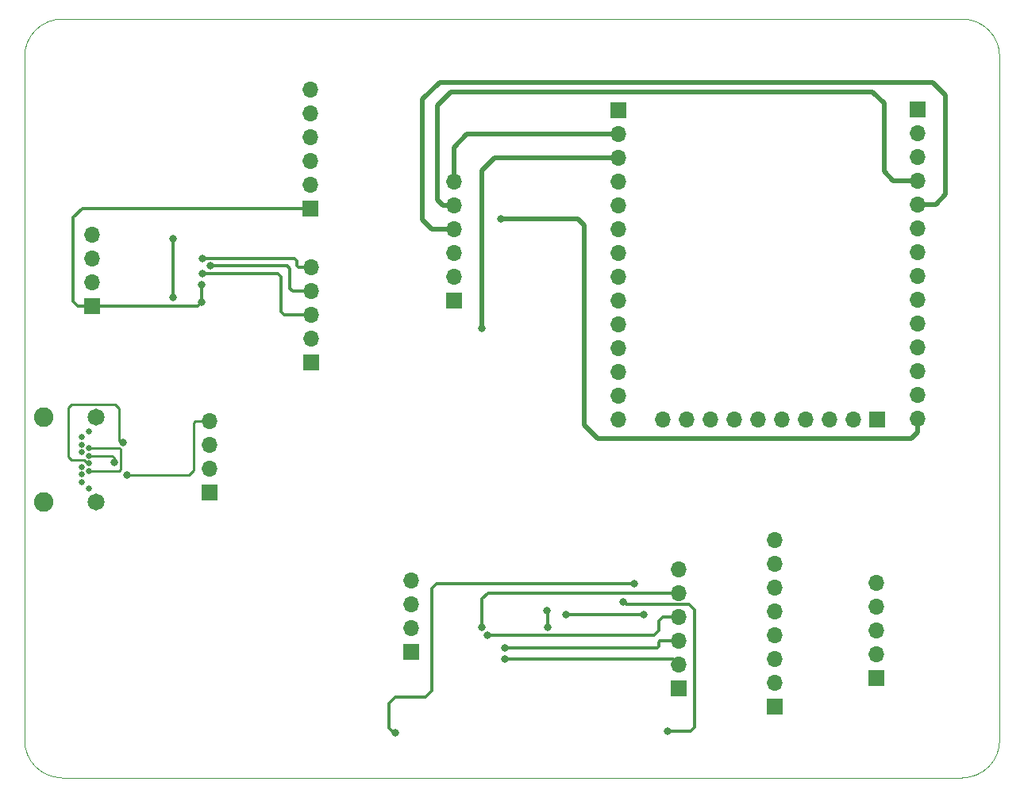
<source format=gbr>
%TF.GenerationSoftware,KiCad,Pcbnew,(5.1.10)-1*%
%TF.CreationDate,2021-08-05T14:48:44-04:00*%
%TF.ProjectId,ftdi-testing-board,66746469-2d74-4657-9374-696e672d626f,rev?*%
%TF.SameCoordinates,Original*%
%TF.FileFunction,Copper,L2,Bot*%
%TF.FilePolarity,Positive*%
%FSLAX46Y46*%
G04 Gerber Fmt 4.6, Leading zero omitted, Abs format (unit mm)*
G04 Created by KiCad (PCBNEW (5.1.10)-1) date 2021-08-05 14:48:44*
%MOMM*%
%LPD*%
G01*
G04 APERTURE LIST*
%TA.AperFunction,Profile*%
%ADD10C,0.050000*%
%TD*%
%TA.AperFunction,ComponentPad*%
%ADD11O,1.700000X1.700000*%
%TD*%
%TA.AperFunction,ComponentPad*%
%ADD12R,1.700000X1.700000*%
%TD*%
%TA.AperFunction,ComponentPad*%
%ADD13C,1.815000*%
%TD*%
%TA.AperFunction,ComponentPad*%
%ADD14C,2.085000*%
%TD*%
%TA.AperFunction,ComponentPad*%
%ADD15C,0.650000*%
%TD*%
%TA.AperFunction,ViaPad*%
%ADD16C,0.800000*%
%TD*%
%TA.AperFunction,Conductor*%
%ADD17C,0.500000*%
%TD*%
%TA.AperFunction,Conductor*%
%ADD18C,0.300000*%
%TD*%
%TA.AperFunction,Conductor*%
%ADD19C,0.250000*%
%TD*%
G04 APERTURE END LIST*
D10*
X242000000Y-94000000D02*
G75*
G03*
X238000000Y-90000000I-4000000J0D01*
G01*
X238000000Y-171000000D02*
G75*
G03*
X242000000Y-167000000I0J4000000D01*
G01*
X138000000Y-167000000D02*
G75*
G03*
X142000000Y-171000000I4000000J0D01*
G01*
X142000000Y-90000000D02*
G75*
G03*
X138000000Y-94000000I0J-4000000D01*
G01*
X138000000Y-167000000D02*
X138000000Y-94000000D01*
X238000000Y-90000000D02*
X142000000Y-90000000D01*
X242000000Y-167000000D02*
X242000000Y-94000000D01*
X142000000Y-171000000D02*
X238000000Y-171000000D01*
D11*
%TO.P,J13,6*%
%TO.N,Net-(C14-Pad1)*%
X207751680Y-148757640D03*
%TO.P,J13,5*%
%TO.N,Net-(J13-Pad5)*%
X207751680Y-151297640D03*
%TO.P,J13,4*%
%TO.N,Net-(J13-Pad4)*%
X207751680Y-153837640D03*
%TO.P,J13,3*%
%TO.N,Net-(J13-Pad3)*%
X207751680Y-156377640D03*
%TO.P,J13,2*%
%TO.N,Net-(J13-Pad2)*%
X207751680Y-158917640D03*
D12*
%TO.P,J13,1*%
%TO.N,GND2*%
X207751680Y-161457640D03*
%TD*%
D11*
%TO.P,J11,6*%
%TO.N,3V3_FT260*%
X168490900Y-97551240D03*
%TO.P,J11,5*%
%TO.N,Net-(J11-Pad5)*%
X168490900Y-100091240D03*
%TO.P,J11,4*%
%TO.N,Net-(J11-Pad4)*%
X168490900Y-102631240D03*
%TO.P,J11,3*%
%TO.N,Net-(J11-Pad3)*%
X168490900Y-105171240D03*
%TO.P,J11,2*%
%TO.N,Net-(J11-Pad2)*%
X168490900Y-107711240D03*
D12*
%TO.P,J11,1*%
%TO.N,GND3*%
X168490900Y-110251240D03*
%TD*%
D11*
%TO.P,J2,6*%
%TO.N,+3V3*%
X183779160Y-107332780D03*
%TO.P,J2,5*%
%TO.N,ESP_TX*%
X183779160Y-109872780D03*
%TO.P,J2,4*%
%TO.N,ESP_RX*%
X183779160Y-112412780D03*
%TO.P,J2,3*%
%TO.N,Net-(J2-Pad3)*%
X183779160Y-114952780D03*
%TO.P,J2,2*%
%TO.N,Net-(J2-Pad2)*%
X183779160Y-117492780D03*
D12*
%TO.P,J2,1*%
%TO.N,GND*%
X183779160Y-120032780D03*
%TD*%
%TO.P,J1,1*%
%TO.N,GND*%
X201340720Y-99728020D03*
D11*
%TO.P,J1,2*%
%TO.N,+3V3*%
X201340720Y-102268020D03*
%TO.P,J1,3*%
%TO.N,ESP_EN*%
X201340720Y-104808020D03*
%TO.P,J1,4*%
%TO.N,SENSOR_VP*%
X201340720Y-107348020D03*
%TO.P,J1,5*%
%TO.N,SENSOR_VN*%
X201340720Y-109888020D03*
%TO.P,J1,6*%
%TO.N,ESP_IO34*%
X201340720Y-112428020D03*
%TO.P,J1,7*%
%TO.N,ESP_IO35*%
X201340720Y-114968020D03*
%TO.P,J1,8*%
%TO.N,ESP_IO32*%
X201340720Y-117508020D03*
%TO.P,J1,9*%
%TO.N,ESP_IO33*%
X201340720Y-120048020D03*
%TO.P,J1,10*%
%TO.N,ESP_IO25*%
X201340720Y-122588020D03*
%TO.P,J1,11*%
%TO.N,ESP_IO26*%
X201340720Y-125128020D03*
%TO.P,J1,12*%
%TO.N,ESP_IO27*%
X201340720Y-127668020D03*
%TO.P,J1,13*%
%TO.N,ESP_IO14*%
X201340720Y-130208020D03*
%TO.P,J1,14*%
%TO.N,ESP_IO12*%
X201340720Y-132748020D03*
%TD*%
D13*
%TO.P,J3,S4*%
%TO.N,GND1*%
X145630200Y-141533000D03*
D14*
%TO.P,J3,S3*%
X140030200Y-141533000D03*
%TO.P,J3,S2*%
X140030200Y-132533000D03*
D13*
%TO.P,J3,S1*%
X145630200Y-132533000D03*
D15*
%TO.P,J3,B12*%
X144830200Y-133983000D03*
%TO.P,J3,B11*%
%TO.N,Net-(J3-PadB11)*%
X144130200Y-134633000D03*
%TO.P,J3,B10*%
%TO.N,Net-(J3-PadB10)*%
X144130200Y-135433000D03*
%TO.P,J3,B9*%
%TO.N,Net-(D1-Pad4)*%
X144830200Y-135833000D03*
%TO.P,J3,B8*%
%TO.N,Net-(J3-PadB8)*%
X144130200Y-136233000D03*
%TO.P,J3,B7*%
%TO.N,Net-(D1-Pad3)*%
X144830200Y-136633000D03*
%TO.P,J3,B6*%
%TO.N,Net-(D1-Pad1)*%
X144830200Y-137433000D03*
%TO.P,J3,B5*%
%TO.N,Net-(J3-PadB5)*%
X144130200Y-137833000D03*
%TO.P,J3,B4*%
%TO.N,Net-(D1-Pad4)*%
X144830200Y-138233000D03*
%TO.P,J3,B3*%
%TO.N,Net-(J3-PadB3)*%
X144130200Y-138633000D03*
%TO.P,J3,B2*%
%TO.N,Net-(J3-PadB2)*%
X144130200Y-139433000D03*
%TO.P,J3,B1*%
%TO.N,GND1*%
X144830200Y-140083000D03*
%TD*%
D11*
%TO.P,J4,14*%
%TO.N,ESP_IO0*%
X233210100Y-132633720D03*
%TO.P,J4,13*%
%TO.N,ESP_IO4*%
X233210100Y-130093720D03*
%TO.P,J4,12*%
%TO.N,ESP_IO16*%
X233210100Y-127553720D03*
%TO.P,J4,11*%
%TO.N,ESP_IO17*%
X233210100Y-125013720D03*
%TO.P,J4,10*%
%TO.N,ESP_IO5*%
X233210100Y-122473720D03*
%TO.P,J4,9*%
%TO.N,ESP_IO18*%
X233210100Y-119933720D03*
%TO.P,J4,8*%
%TO.N,ESP_IO19*%
X233210100Y-117393720D03*
%TO.P,J4,7*%
%TO.N,Net-(J4-Pad7)*%
X233210100Y-114853720D03*
%TO.P,J4,6*%
%TO.N,ESP_IO21*%
X233210100Y-112313720D03*
%TO.P,J4,5*%
%TO.N,ESP_RX*%
X233210100Y-109773720D03*
%TO.P,J4,4*%
%TO.N,ESP_TX*%
X233210100Y-107233720D03*
%TO.P,J4,3*%
%TO.N,ESP_IO22*%
X233210100Y-104693720D03*
%TO.P,J4,2*%
%TO.N,ESP_IO23*%
X233210100Y-102153720D03*
D12*
%TO.P,J4,1*%
%TO.N,GND*%
X233210100Y-99613720D03*
%TD*%
%TO.P,J5,1*%
%TO.N,ESP_IO2*%
X228909880Y-132727700D03*
D11*
%TO.P,J5,2*%
%TO.N,ESP_IO15*%
X226369880Y-132727700D03*
%TO.P,J5,3*%
%TO.N,SD1*%
X223829880Y-132727700D03*
%TO.P,J5,4*%
%TO.N,SD0*%
X221289880Y-132727700D03*
%TO.P,J5,5*%
%TO.N,CLK*%
X218749880Y-132727700D03*
%TO.P,J5,6*%
%TO.N,CMD*%
X216209880Y-132727700D03*
%TO.P,J5,7*%
%TO.N,SD3*%
X213669880Y-132727700D03*
%TO.P,J5,8*%
%TO.N,SD2*%
X211129880Y-132727700D03*
%TO.P,J5,9*%
%TO.N,ESP_IO13*%
X208589880Y-132727700D03*
%TO.P,J5,10*%
%TO.N,GND*%
X206049880Y-132727700D03*
%TD*%
D12*
%TO.P,J6,1*%
%TO.N,GNDA*%
X218033600Y-163441380D03*
D11*
%TO.P,J6,2*%
%TO.N,Net-(J6-Pad2)*%
X218033600Y-160901380D03*
%TO.P,J6,3*%
%TO.N,Net-(J6-Pad3)*%
X218033600Y-158361380D03*
%TO.P,J6,4*%
%TO.N,Net-(J6-Pad4)*%
X218033600Y-155821380D03*
%TO.P,J6,5*%
%TO.N,Net-(J6-Pad5)*%
X218033600Y-153281380D03*
%TO.P,J6,6*%
%TO.N,Net-(J6-Pad6)*%
X218033600Y-150741380D03*
%TO.P,J6,7*%
%TO.N,Net-(J6-Pad7)*%
X218033600Y-148201380D03*
%TO.P,J6,8*%
%TO.N,Net-(J6-Pad8)*%
X218033600Y-145661380D03*
%TD*%
%TO.P,J7,4*%
%TO.N,Net-(D1-Pad4)*%
X157734000Y-132892800D03*
%TO.P,J7,3*%
%TO.N,Net-(FB1-Pad1)*%
X157734000Y-135432800D03*
%TO.P,J7,2*%
%TO.N,Net-(FB2-Pad1)*%
X157734000Y-137972800D03*
D12*
%TO.P,J7,1*%
%TO.N,GND1*%
X157734000Y-140512800D03*
%TD*%
D11*
%TO.P,J8,5*%
%TO.N,Net-(J8-Pad5)*%
X228828600Y-150207980D03*
%TO.P,J8,4*%
%TO.N,Net-(J8-Pad4)*%
X228828600Y-152747980D03*
%TO.P,J8,3*%
%TO.N,Net-(J8-Pad3)*%
X228828600Y-155287980D03*
%TO.P,J8,2*%
%TO.N,Net-(J8-Pad2)*%
X228828600Y-157827980D03*
D12*
%TO.P,J8,1*%
%TO.N,GNDA*%
X228828600Y-160367980D03*
%TD*%
%TO.P,J9,1*%
%TO.N,GND2*%
X179270660Y-157530800D03*
D11*
%TO.P,J9,2*%
%TO.N,Net-(C3-Pad1)*%
X179270660Y-154990800D03*
%TO.P,J9,3*%
%TO.N,Net-(C4-Pad1)*%
X179270660Y-152450800D03*
%TO.P,J9,4*%
%TO.N,Net-(C12-Pad1)*%
X179270660Y-149910800D03*
%TD*%
D12*
%TO.P,J10,1*%
%TO.N,GND3*%
X145191480Y-120667780D03*
D11*
%TO.P,J10,2*%
%TO.N,Net-(C7-Pad1)*%
X145191480Y-118127780D03*
%TO.P,J10,3*%
%TO.N,Net-(C9-Pad1)*%
X145191480Y-115587780D03*
%TO.P,J10,4*%
%TO.N,Net-(C13-Pad1)*%
X145191480Y-113047780D03*
%TD*%
D12*
%TO.P,J12,1*%
%TO.N,GND3*%
X168526460Y-126674880D03*
D11*
%TO.P,J12,2*%
%TO.N,Net-(J12-Pad2)*%
X168526460Y-124134880D03*
%TO.P,J12,3*%
%TO.N,Net-(J12-Pad3)*%
X168526460Y-121594880D03*
%TO.P,J12,4*%
%TO.N,Net-(J12-Pad4)*%
X168526460Y-119054880D03*
%TO.P,J12,5*%
%TO.N,Net-(J12-Pad5)*%
X168526460Y-116514880D03*
%TD*%
D16*
%TO.N,ESP_IO0*%
X188777880Y-111315500D03*
%TO.N,ESP_EN*%
X186799220Y-122991880D03*
%TO.N,GND2*%
X193771520Y-154907580D03*
X193743580Y-153182320D03*
%TO.N,GND3*%
X156870400Y-118394480D03*
X156888180Y-120228360D03*
%TO.N,Net-(C8-Pad1)*%
X203017120Y-150266400D03*
X177500280Y-166217600D03*
%TO.N,Net-(C10-Pad1)*%
X201836020Y-152214250D03*
X206552800Y-166044880D03*
%TO.N,Net-(C11-Pad1)*%
X204071220Y-153588720D03*
X195737480Y-153588720D03*
%TO.N,Net-(D1-Pad1)*%
X148497410Y-135195190D03*
%TO.N,Net-(D1-Pad3)*%
X147527200Y-137283000D03*
%TO.N,Net-(D1-Pad4)*%
X148945600Y-138663202D03*
%TO.N,Net-(J12-Pad3)*%
X156954220Y-117129560D03*
%TO.N,Net-(J12-Pad4)*%
X157838140Y-116332700D03*
%TO.N,Net-(J12-Pad5)*%
X156989780Y-115582700D03*
%TO.N,Net-(J13-Pad2)*%
X189250320Y-158295340D03*
%TO.N,Net-(J13-Pad3)*%
X189207140Y-157147260D03*
%TO.N,Net-(J13-Pad4)*%
X187337700Y-155803600D03*
%TO.N,Net-(J13-Pad5)*%
X186801760Y-154955240D03*
%TO.N,Net-(C13-Pad1)*%
X153819860Y-113413540D03*
X153819860Y-119684800D03*
%TD*%
D17*
%TO.N,ESP_IO0*%
X232529380Y-134802880D02*
X233210100Y-134122160D01*
X233210100Y-134122160D02*
X233210100Y-132633720D01*
X197698360Y-133347460D02*
X199153780Y-134802880D01*
X199153780Y-134802880D02*
X232529380Y-134802880D01*
X197698360Y-112036860D02*
X197698360Y-133347460D01*
X196977000Y-111315500D02*
X197698360Y-112036860D01*
X188777880Y-111315500D02*
X196977000Y-111315500D01*
%TO.N,ESP_EN*%
X186799220Y-122991880D02*
X186799220Y-106156760D01*
X188147960Y-104808020D02*
X201340720Y-104808020D01*
X186799220Y-106156760D02*
X188147960Y-104808020D01*
D18*
%TO.N,GND2*%
X193771520Y-153210260D02*
X193743580Y-153182320D01*
X193771520Y-154907580D02*
X193771520Y-153210260D01*
%TO.N,GND3*%
X156870400Y-120210580D02*
X156888180Y-120228360D01*
X156870400Y-118394480D02*
X156870400Y-120210580D01*
X156448760Y-120667780D02*
X156888180Y-120228360D01*
X145191480Y-120667780D02*
X156448760Y-120667780D01*
X168490900Y-110251240D02*
X144152620Y-110251240D01*
X144152620Y-110251240D02*
X143202660Y-111201200D01*
X143202660Y-111201200D02*
X143202660Y-120162320D01*
X143708120Y-120667780D02*
X145191480Y-120667780D01*
X143202660Y-120162320D02*
X143708120Y-120667780D01*
%TO.N,Net-(C8-Pad1)*%
X203017120Y-150266400D02*
X185816240Y-150266400D01*
X185816240Y-150266400D02*
X185775600Y-150307040D01*
X185775600Y-150307040D02*
X181902100Y-150307040D01*
X181902100Y-150307040D02*
X181394100Y-150815040D01*
X181394100Y-150815040D02*
X181394100Y-161731960D01*
X181394100Y-161731960D02*
X180715920Y-162410140D01*
X180715920Y-162410140D02*
X177500280Y-162410140D01*
X177500280Y-162410140D02*
X176824640Y-163085780D01*
X176824640Y-163085780D02*
X176824640Y-165712140D01*
X177330100Y-166217600D02*
X177500280Y-166217600D01*
X176824640Y-165712140D02*
X177330100Y-166217600D01*
%TO.N,Net-(C10-Pad1)*%
X201836020Y-152214250D02*
X202136070Y-152514300D01*
X202136070Y-152514300D02*
X208869280Y-152514300D01*
X208869280Y-152514300D02*
X209423000Y-153068020D01*
X209423000Y-153068020D02*
X209423000Y-165641020D01*
X209019140Y-166044880D02*
X206552800Y-166044880D01*
X209423000Y-165641020D02*
X209019140Y-166044880D01*
%TO.N,Net-(C11-Pad1)*%
X204071220Y-153588720D02*
X195737480Y-153588720D01*
D19*
%TO.N,Net-(D1-Pad1)*%
X144692202Y-137433000D02*
X144368402Y-137109200D01*
X144830200Y-137433000D02*
X144692202Y-137433000D01*
X144368402Y-137109200D02*
X142976600Y-137109200D01*
X142976600Y-137109200D02*
X142621000Y-136753600D01*
X142621000Y-136753600D02*
X142621000Y-131521200D01*
X142621000Y-131521200D02*
X142976600Y-131165600D01*
X142976600Y-131165600D02*
X147675600Y-131165600D01*
X147675600Y-131165600D02*
X148056600Y-131546600D01*
X148497410Y-135195190D02*
X148276190Y-135195190D01*
X148056600Y-134975600D02*
X148056600Y-131546600D01*
X148276190Y-135195190D02*
X148056600Y-134975600D01*
%TO.N,Net-(D1-Pad3)*%
X147527200Y-137283000D02*
X147527200Y-136808400D01*
X147351800Y-136633000D02*
X144830200Y-136633000D01*
X147527200Y-136808400D02*
X147351800Y-136633000D01*
%TO.N,Net-(D1-Pad4)*%
X144830200Y-138233000D02*
X148075800Y-138233000D01*
X148252201Y-138056599D02*
X148252201Y-135958601D01*
X148075800Y-138233000D02*
X148252201Y-138056599D01*
X148126600Y-135833000D02*
X144830200Y-135833000D01*
X148252201Y-135958601D02*
X148126600Y-135833000D01*
X148945600Y-138663202D02*
X155544998Y-138663202D01*
X155544998Y-138663202D02*
X156032200Y-138176000D01*
X156032200Y-138176000D02*
X156032200Y-133096000D01*
X156235400Y-132892800D02*
X157734000Y-132892800D01*
X156032200Y-133096000D02*
X156235400Y-132892800D01*
D17*
%TO.N,+3V3*%
X183779160Y-107332780D02*
X183779160Y-103677720D01*
X185188860Y-102268020D02*
X201340720Y-102268020D01*
X183779160Y-103677720D02*
X185188860Y-102268020D01*
%TO.N,ESP_RX*%
X183779160Y-112412780D02*
X181434740Y-112412780D01*
X181434740Y-112412780D02*
X180446680Y-111424720D01*
X180446680Y-111424720D02*
X180446680Y-98562160D01*
X180446680Y-98562160D02*
X182272940Y-96735900D01*
X182272940Y-96735900D02*
X234866180Y-96735900D01*
X234866180Y-96735900D02*
X236217460Y-98087180D01*
X236217460Y-98087180D02*
X236217460Y-108717080D01*
X235160820Y-109773720D02*
X233210100Y-109773720D01*
X236217460Y-108717080D02*
X235160820Y-109773720D01*
%TO.N,ESP_TX*%
X183779160Y-109872780D02*
X182618380Y-109872780D01*
X182618380Y-109872780D02*
X182001160Y-109255560D01*
X182001160Y-109255560D02*
X182001160Y-99240340D01*
X182001160Y-99240340D02*
X183492140Y-97749360D01*
X183492140Y-97749360D02*
X228434900Y-97749360D01*
X228434900Y-97749360D02*
X229654100Y-98968560D01*
X229654100Y-98968560D02*
X229654100Y-106281220D01*
X230606600Y-107233720D02*
X233210100Y-107233720D01*
X229654100Y-106281220D02*
X230606600Y-107233720D01*
D18*
%TO.N,Net-(J12-Pad3)*%
X156954220Y-117129560D02*
X164983160Y-117129560D01*
X164983160Y-117129560D02*
X165348920Y-117495320D01*
X165348920Y-117495320D02*
X165348920Y-121269760D01*
X165674040Y-121594880D02*
X168526460Y-121594880D01*
X165348920Y-121269760D02*
X165674040Y-121594880D01*
%TO.N,Net-(J12-Pad4)*%
X157838140Y-116332700D02*
X166004940Y-116332700D01*
X166004940Y-116332700D02*
X166309040Y-116636800D01*
X166309040Y-116636800D02*
X166309040Y-118739920D01*
X166624000Y-119054880D02*
X168526460Y-119054880D01*
X166309040Y-118739920D02*
X166624000Y-119054880D01*
%TO.N,Net-(J12-Pad5)*%
X156989780Y-115582700D02*
X166799260Y-115582700D01*
X166799260Y-115582700D02*
X167017700Y-115801140D01*
X167017700Y-115801140D02*
X167017700Y-116298980D01*
X167233600Y-116514880D02*
X168526460Y-116514880D01*
X167017700Y-116298980D02*
X167233600Y-116514880D01*
%TO.N,Net-(J13-Pad2)*%
X207129380Y-158295340D02*
X207751680Y-158917640D01*
X189250320Y-158295340D02*
X207129380Y-158295340D01*
%TO.N,Net-(J13-Pad3)*%
X189207140Y-157147260D02*
X205158340Y-157147260D01*
X207751680Y-156377640D02*
X205757780Y-156377640D01*
X205757780Y-156377640D02*
X205618080Y-156517340D01*
X205618080Y-156517340D02*
X205618080Y-157002480D01*
X205473300Y-157147260D02*
X205158340Y-157147260D01*
X205618080Y-157002480D02*
X205473300Y-157147260D01*
%TO.N,Net-(J13-Pad4)*%
X187337700Y-155803600D02*
X205132940Y-155803600D01*
X205132940Y-155803600D02*
X205628240Y-155308300D01*
X205628240Y-155308300D02*
X205628240Y-154279600D01*
X206070200Y-153837640D02*
X207751680Y-153837640D01*
X205628240Y-154279600D02*
X206070200Y-153837640D01*
%TO.N,Net-(J13-Pad5)*%
X187426600Y-151297640D02*
X207751680Y-151297640D01*
X186801760Y-151922480D02*
X187426600Y-151297640D01*
X186801760Y-154955240D02*
X186801760Y-151922480D01*
%TO.N,Net-(C13-Pad1)*%
X153819860Y-113413540D02*
X153819860Y-119684800D01*
%TD*%
M02*

</source>
